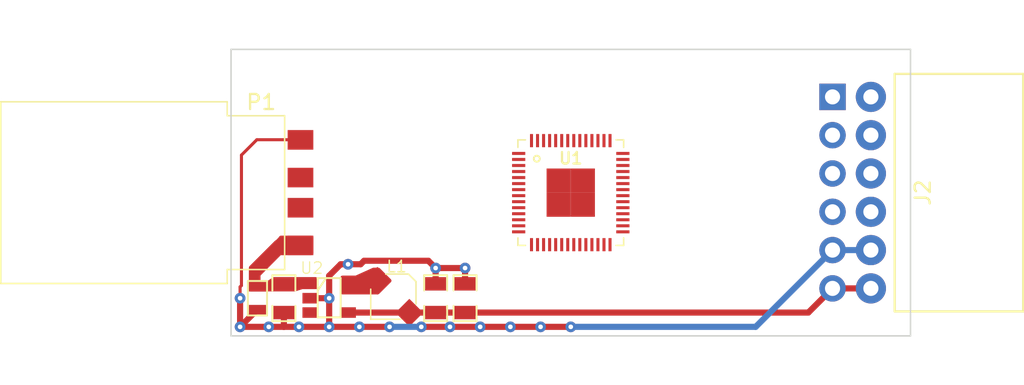
<source format=kicad_pcb>
(kicad_pcb (version 20211014) (generator pcbnew)
  (title_block (title "Cowstick RP2040") (date "2022-08-07") (rev "1") (company "Agilack") (comment 1 "License: CC-by-SA"))
  (layers (0 "F.Cu" signal) (31 "B.Cu" signal) (34 "B.Paste" user) (35 "F.Paste" user) (36 "B.SilkS" user "B.Silkscreen") (37 "F.SilkS" user "F.Silkscreen") (38 "B.Mask" user) (39 "F.Mask" user) (44 "Edge.Cuts" user))
  (net 0 "")
  (net 1 "+VBus")
  (net 4 "GND")
  (net 7 "+3.3V")
  (net 72 "Net-(L1-Pad1)")
  (footprint "cowstick-rp:SMD0603" (layer "F.Cu") (at 127.75 112 -90)
    (fp_text reference "C2" hide)
    (fp_text value "470pF" hide)
    (fp_line (start -1.143 -0.635) (end 1.143 -0.635) (layer "F.SilkS") (width 0.127))
    (fp_line (start -1.143 0.635) (end -1.143 -0.635) (layer "F.SilkS") (width 0.127))
    (fp_line (start 1.143 0.635) (end -1.143 0.635) (layer "F.SilkS") (width 0.127))
    (fp_line (start 1.143 -0.635) (end 1.143 0.635) (layer "F.SilkS") (width 0.127))
    (pad "1" smd rect locked (at -0.762 0 270) (size 0.635 1.143) (layers "F.Cu" "F.Paste" "F.Mask") (net 1 "+VBus"))
    (pad "2" smd rect locked (at 0.762 0 270) (size 0.635 1.143) (layers "F.Cu" "F.Paste" "F.Mask") (net 4 "GND"))
  )
  (footprint "cowstick-rp:PMOD_SSW106-RA" (layer "F.Cu") (at 167.1065 105 -90)
    (fp_text reference "J2" (at 0 -4.7117 90) (layer "F.SilkS"))
    (fp_text value "PMOD")
    (fp_line (start 7.875 -11.357) (end 7.875 -2.847) (layer "F.SilkS") (width 0.15))
    (fp_line (start -7.875 -11.357) (end -7.875 -2.847) (layer "F.SilkS") (width 0.15))
    (fp_line (start -7.875 -2.847) (end 7.875 -2.847) (layer "F.SilkS") (width 0.15))
    (fp_line (start -7.875 -11.357) (end 7.875 -11.357) (layer "F.SilkS") (width 0.15))
    (pad "1" thru_hole rect (at -6.35 1.27 270) (size 1.75 1.75) (drill 1) (layers *.Cu *.Mask))
    (pad "2" thru_hole circle (at -3.81 1.27 270) (size 1.75 1.75) (drill 1) (layers *.Cu *.Mask))
    (pad "3" thru_hole circle (at -1.27 1.27 270) (size 1.75 1.75) (drill 1) (layers *.Cu *.Mask))
    (pad "4" thru_hole circle (at 1.27 1.27 270) (size 1.75 1.75) (drill 1) (layers *.Cu *.Mask))
    (pad "5" thru_hole circle (at 3.81 1.27 270) (size 1.75 1.75) (drill 1) (layers *.Cu *.Mask) (net 4 "GND"))
    (pad "6" thru_hole circle (at 6.35 1.27 270) (size 1.75 1.75) (drill 1) (layers *.Cu *.Mask) (net 7 "+3.3V"))
    (pad "7" thru_hole circle (at -6.35 -1.27 270) (size 2 2) (drill 1) (layers *.Cu *.Mask))
    (pad "8" thru_hole circle (at -3.81 -1.27 270) (size 2 2) (drill 1) (layers *.Cu *.Mask))
    (pad "9" thru_hole circle (at -1.27 -1.27 270) (size 2 2) (drill 1) (layers *.Cu *.Mask))
    (pad "10" thru_hole circle (at 1.27 -1.27 270) (size 2 2) (drill 1) (layers *.Cu *.Mask))
    (pad "11" thru_hole circle (at 3.81 -1.27 270) (size 2 2) (drill 1) (layers *.Cu *.Mask) (net 4 "GND"))
    (pad "12" thru_hole circle (at 6.35 -1.27 270) (size 2 2) (drill 1) (layers *.Cu *.Mask) (net 7 "+3.3V"))
  )
  (footprint "cowstick-rp:QFN56" (layer "F.Cu") (at 148.5 105)
    (fp_text reference "U1" (at 0 -2.275 unlocked) (layer "F.SilkS") (effects (font (size 0.762 0.762))))
    (fp_text value "RP2040")
    (fp_line (start -3.5 -3.5) (end -3 -3.5) (layer "F.SilkS") (width 0.1))
    (fp_line (start -3.5 3.5) (end -3.5 3) (layer "F.SilkS") (width 0.1))
    (fp_line (start -3.5 -3.5) (end -3.5 -3) (layer "F.SilkS") (width 0.1))
    (fp_line (start 3.5 -3.5) (end 3.5 -3) (layer "F.SilkS") (width 0.1))
    (fp_line (start 3.5 3) (end 3.5 3.5) (layer "F.SilkS") (width 0.1))
    (fp_line (start 3 -3.5) (end 3.5 -3.5) (layer "F.SilkS") (width 0.1))
    (fp_line (start -3 3.5) (end -3.5 3.5) (layer "F.SilkS") (width 0.1))
    (fp_line (start 3.5 3.5) (end 3 3.5) (layer "F.SilkS") (width 0.1))
    (fp_circle (center -2.25 -2.25) (end -2.05 -2.25) (layer "F.SilkS") (width 0.12) (fill none))
    (pad "1" smd rect (at -3.45 -2.6) (size 0.875 0.2) (layers "F.Cu" "F.Paste" "F.Mask"))
    (pad "2" smd rect (at -3.45 -2.2) (size 0.875 0.2) (layers "F.Cu" "F.Paste" "F.Mask"))
    (pad "3" smd rect (at -3.45 -1.8) (size 0.875 0.2) (layers "F.Cu" "F.Paste" "F.Mask"))
    (pad "4" smd rect (at -3.45 -1.4) (size 0.875 0.2) (layers "F.Cu" "F.Paste" "F.Mask"))
    (pad "5" smd rect (at -3.45 -1) (size 0.875 0.2) (layers "F.Cu" "F.Paste" "F.Mask"))
    (pad "6" smd rect (at -3.45 -0.6) (size 0.875 0.2) (layers "F.Cu" "F.Paste" "F.Mask"))
    (pad "7" smd rect (at -3.45 -0.2) (size 0.875 0.2) (layers "F.Cu" "F.Paste" "F.Mask"))
    (pad "8" smd rect (at -3.45 0.2) (size 0.875 0.2) (layers "F.Cu" "F.Paste" "F.Mask"))
    (pad "9" smd rect (at -3.45 0.6) (size 0.875 0.2) (layers "F.Cu" "F.Paste" "F.Mask"))
    (pad "10" smd rect (at -3.45 1) (size 0.875 0.2) (layers "F.Cu" "F.Paste" "F.Mask"))
    (pad "11" smd rect (at -3.45 1.4) (size 0.875 0.2) (layers "F.Cu" "F.Paste" "F.Mask"))
    (pad "12" smd rect (at -3.45 1.8) (size 0.875 0.2) (layers "F.Cu" "F.Paste" "F.Mask"))
    (pad "13" smd rect (at -3.45 2.2) (size 0.875 0.2) (layers "F.Cu" "F.Paste" "F.Mask"))
    (pad "14" smd rect (at -3.45 2.6) (size 0.875 0.2) (layers "F.Cu" "F.Paste" "F.Mask"))
    (pad "15" smd rect (at -2.6 3.45 90) (size 0.875 0.2) (layers "F.Cu" "F.Paste" "F.Mask"))
    (pad "16" smd rect (at -2.2 3.45 90) (size 0.875 0.2) (layers "F.Cu" "F.Paste" "F.Mask"))
    (pad "17" smd rect (at -1.8 3.45 90) (size 0.875 0.2) (layers "F.Cu" "F.Paste" "F.Mask"))
    (pad "18" smd rect (at -1.4 3.45 90) (size 0.875 0.2) (layers "F.Cu" "F.Paste" "F.Mask"))
    (pad "19" smd rect (at -1 3.45 90) (size 0.875 0.2) (layers "F.Cu" "F.Paste" "F.Mask"))
    (pad "20" smd rect (at -0.6 3.45 90) (size 0.875 0.2) (layers "F.Cu" "F.Paste" "F.Mask"))
    (pad "21" smd rect (at -0.2 3.45 90) (size 0.875 0.2) (layers "F.Cu" "F.Paste" "F.Mask"))
    (pad "22" smd rect (at 0.2 3.45 90) (size 0.875 0.2) (layers "F.Cu" "F.Paste" "F.Mask"))
    (pad "23" smd rect (at 0.6 3.45 90) (size 0.875 0.2) (layers "F.Cu" "F.Paste" "F.Mask"))
    (pad "24" smd rect (at 1 3.45 90) (size 0.875 0.2) (layers "F.Cu" "F.Paste" "F.Mask"))
    (pad "25" smd rect (at 1.4 3.45 90) (size 0.875 0.2) (layers "F.Cu" "F.Paste" "F.Mask"))
    (pad "26" smd rect (at 1.8 3.45 90) (size 0.875 0.2) (layers "F.Cu" "F.Paste" "F.Mask"))
    (pad "27" smd rect (at 2.2 3.45 90) (size 0.875 0.2) (layers "F.Cu" "F.Paste" "F.Mask"))
    (pad "28" smd rect (at 2.6 3.45 90) (size 0.875 0.2) (layers "F.Cu" "F.Paste" "F.Mask"))
    (pad "29" smd rect (at 3.45 2.6 180) (size 0.875 0.2) (layers "F.Cu" "F.Paste" "F.Mask"))
    (pad "30" smd rect (at 3.45 2.2 180) (size 0.875 0.2) (layers "F.Cu" "F.Paste" "F.Mask"))
    (pad "31" smd rect (at 3.45 1.8 180) (size 0.875 0.2) (layers "F.Cu" "F.Paste" "F.Mask"))
    (pad "32" smd rect (at 3.45 1.4 180) (size 0.875 0.2) (layers "F.Cu" "F.Paste" "F.Mask"))
    (pad "33" smd rect (at 3.45 1 180) (size 0.875 0.2) (layers "F.Cu" "F.Paste" "F.Mask"))
    (pad "34" smd rect (at 3.45 0.6 180) (size 0.875 0.2) (layers "F.Cu" "F.Paste" "F.Mask"))
    (pad "35" smd rect (at 3.45 0.2 180) (size 0.875 0.2) (layers "F.Cu" "F.Paste" "F.Mask"))
    (pad "36" smd rect (at 3.45 -0.2 180) (size 0.875 0.2) (layers "F.Cu" "F.Paste" "F.Mask"))
    (pad "37" smd rect (at 3.45 -0.6 180) (size 0.875 0.2) (layers "F.Cu" "F.Paste" "F.Mask"))
    (pad "38" smd rect (at 3.45 -1 180) (size 0.875 0.2) (layers "F.Cu" "F.Paste" "F.Mask"))
    (pad "39" smd rect (at 3.45 -1.4 180) (size 0.875 0.2) (layers "F.Cu" "F.Paste" "F.Mask"))
    (pad "40" smd rect (at 3.45 -1.8 180) (size 0.875 0.2) (layers "F.Cu" "F.Paste" "F.Mask"))
    (pad "41" smd rect (at 3.45 -2.2 180) (size 0.875 0.2) (layers "F.Cu" "F.Paste" "F.Mask"))
    (pad "42" smd rect (at 3.45 -2.6 180) (size 0.875 0.2) (layers "F.Cu" "F.Paste" "F.Mask"))
    (pad "43" smd rect (at 2.6 -3.45 270) (size 0.875 0.2) (layers "F.Cu" "F.Paste" "F.Mask"))
    (pad "44" smd rect (at 2.2 -3.45 270) (size 0.875 0.2) (layers "F.Cu" "F.Paste" "F.Mask"))
    (pad "45" smd rect (at 1.8 -3.45 270) (size 0.875 0.2) (layers "F.Cu" "F.Paste" "F.Mask"))
    (pad "46" smd rect (at 1.4 -3.45 270) (size 0.875 0.2) (layers "F.Cu" "F.Paste" "F.Mask"))
    (pad "47" smd rect (at 1 -3.45 270) (size 0.875 0.2) (layers "F.Cu" "F.Paste" "F.Mask"))
    (pad "48" smd rect (at 0.6 -3.45 270) (size 0.875 0.2) (layers "F.Cu" "F.Paste" "F.Mask"))
    (pad "49" smd rect (at 0.2 -3.45 270) (size 0.875 0.2) (layers "F.Cu" "F.Paste" "F.Mask"))
    (pad "50" smd rect (at -0.2 -3.45 270) (size 0.875 0.2) (layers "F.Cu" "F.Paste" "F.Mask"))
    (pad "51" smd rect (at -0.6 -3.45 270) (size 0.875 0.2) (layers "F.Cu" "F.Paste" "F.Mask"))
    (pad "52" smd rect (at -1 -3.45 270) (size 0.875 0.2) (layers "F.Cu" "F.Paste" "F.Mask"))
    (pad "53" smd rect (at -1.4 -3.45 270) (size 0.875 0.2) (layers "F.Cu" "F.Paste" "F.Mask"))
    (pad "54" smd rect (at -1.8 -3.45 270) (size 0.875 0.2) (layers "F.Cu" "F.Paste" "F.Mask"))
    (pad "55" smd rect (at -2.2 -3.45 270) (size 0.875 0.2) (layers "F.Cu" "F.Paste" "F.Mask"))
    (pad "56" smd rect (at -2.6 -3.45 270) (size 0.875 0.2) (layers "F.Cu" "F.Paste" "F.Mask"))
    (pad "PAD" smd rect (at -0.8 -0.8) (size 1.6 1.6) (layers "F.Cu" "F.Paste" "F.Mask"))
    (pad "PAD" smd rect (at 0.8 0.8) (size 1.6 1.6) (layers "F.Cu" "F.Paste" "F.Mask"))
    (pad "PAD" smd rect (at -0.8 0.8) (size 1.6 1.6) (layers "F.Cu" "F.Paste" "F.Mask"))
    (pad "PAD" smd rect (at 0.8 -0.8) (size 1.6 1.6) (layers "F.Cu" "F.Paste" "F.Mask"))
  )
  (footprint "cowstick-rp:SOT23-5" (layer "F.Cu") (at 132.5 112 -90)
    (fp_text reference "U2" (at -2 1.15) (layer "F.SilkS") (effects (font (size 0.762 0.762) (thickness 0.0762))))
    (fp_text value "LM3671" hide)
    (fp_line (start 1.27 -0.762) (end 1.27 0.762) (layer "F.SilkS") (width 0.127))
    (fp_line (start 1.27 0.762) (end -1.3335 0.762) (layer "F.SilkS") (width 0.127))
    (fp_line (start -1.3335 -0.762) (end 1.27 -0.762) (layer "F.SilkS") (width 0.127))
    (fp_line (start -1.3335 0.762) (end -1.3335 -0.762) (layer "F.SilkS") (width 0.127))
    (fp_line (start -0.508 0.762) (end -1.27 0.254) (layer "F.SilkS") (width 0.127))
    (pad "1" smd rect locked (at -0.9525 1.27 270) (size 0.70104 1.00076) (layers "F.Cu" "F.Paste" "F.Mask") (net 1 "+VBus"))
    (pad "2" smd rect locked (at 0 1.27 270) (size 0.70104 1.00076) (layers "F.Cu" "F.Paste" "F.Mask") (net 4 "GND"))
    (pad "3" smd rect locked (at 0.9525 1.27 270) (size 0.70104 1.00076) (layers "F.Cu" "F.Paste" "F.Mask"))
    (pad "4" smd rect locked (at 0.9525 -1.27 270) (size 0.70104 1.00076) (layers "F.Cu" "F.Paste" "F.Mask") (net 7 "+3.3V"))
    (pad "5" smd rect locked (at -0.9525 -1.27 270) (size 0.70104 1.00076) (layers "F.Cu" "F.Paste" "F.Mask") (net 72 "Net-(L1-Pad1)"))
  )
  (footprint "cowstick-rp:SMD0805" (layer "F.Cu") (at 141.5 112 90)
    (fp_text reference "C4" hide)
    (fp_text value "4,7uF" hide)
    (fp_line (start 0.508 -0.762) (end 1.524 -0.762) (layer "F.SilkS") (width 0.127))
    (fp_line (start 1.524 0.762) (end 0.508 0.762) (layer "F.SilkS") (width 0.127))
    (fp_line (start -1.524 -0.762) (end -0.508 -0.762) (layer "F.SilkS") (width 0.127))
    (fp_line (start -0.508 0.762) (end -1.524 0.762) (layer "F.SilkS") (width 0.127))
    (fp_line (start 1.524 -0.762) (end 1.524 0.762) (layer "F.SilkS") (width 0.127))
    (fp_line (start -1.524 0.762) (end -1.524 -0.762) (layer "F.SilkS") (width 0.127))
    (pad "1" smd rect (at -0.9525 0 90) (size 0.889 1.397) (layers "F.Cu" "F.Paste" "F.Mask") (net 7 "+3.3V"))
    (pad "2" smd rect (at 0.9525 0 90) (size 0.889 1.397) (layers "F.Cu" "F.Paste" "F.Mask") (net 4 "GND"))
  )
  (footprint "cowstick-rp:I_CDRH2D14" (layer "F.Cu") (at 136.75 111.9)
    (fp_text reference "L1" (at 0.22 -2 unlocked) (layer "F.SilkS") (effects (font (size 0.762 0.762) (thickness 0.1016))))
    (fp_text value "2,2uH")
    (fp_line (start 1 -1.5) (end 1.5 -1) (layer "F.SilkS") (width 0.1))
    (fp_line (start -1.5 1.5) (end 0.5 1.5) (layer "F.SilkS") (width 0.1))
    (fp_line (start -0.5 -1.5) (end 1 -1.5) (layer "F.SilkS") (width 0.1))
    (fp_line (start 1.5 -1) (end 1.5 0.5) (layer "F.SilkS") (width 0.1))
    (fp_line (start -1.5 -0.5) (end -1.5 1.5) (layer "F.SilkS") (width 0.1))
    (pad "1" smd rect (at -1.06 -1.06 45) (size 1.3 1.3) (layers "F.Cu" "F.Paste" "F.Mask") (net 72 "Net-(L1-Pad1)"))
    (pad "2" smd rect (at 1.06 1.06 45) (size 1.3 1.3) (layers "F.Cu" "F.Paste" "F.Mask") (net 7 "+3.3V"))
  )
  (footprint "cowstick-rp:CONN_MC32604" (layer "F.Cu") (at 128.25 105)
    (fp_text reference "P1" (at -0.25 -6) (layer "F.SilkS"))
    (fp_text value "CONN_USB-A")
    (fp_line (start -2.5 6.025) (end -2.5 5.1) (layer "F.SilkS") (width 0.1016))
    (fp_line (start -17.5 6.025) (end -2.5 6.025) (layer "F.SilkS") (width 0.1016))
    (fp_line (start -17.5 -6.025) (end -17.5 6.025) (layer "F.SilkS") (width 0.1016))
    (fp_line (start -2.5 -6.025) (end -2.5 -5.1) (layer "F.SilkS") (width 0.1016))
    (fp_line (start -2.5 -6.025) (end -17.5 -6.025) (layer "F.SilkS") (width 0.1016))
    (fp_line (start 1.3 -5.1) (end 1.3 5.1) (layer "F.SilkS") (width 0.1016))
    (fp_line (start -2.5 -5.1) (end 1.3 -5.1) (layer "F.SilkS") (width 0.1016))
    (fp_line (start -2.5 5.1) (end 1.3 5.1) (layer "F.SilkS") (width 0.1016))
    (pad "" np_thru_hole circle locked (at 0 -2.25) (size 1.8 1.8) (drill 1.8) (layers *.Cu *.Mask))
    (pad "" np_thru_hole circle locked (at 0 2.25) (size 1.8 1.8) (drill 1.8) (layers *.Cu *.Mask))
    (pad "1" smd rect locked (at 2.35 3.5) (size 1.7 1.3) (layers "F.Cu" "F.Paste" "F.Mask") (net 1 "+VBus"))
    (pad "2" smd rect locked (at 2.35 1) (size 1.7 1.3) (layers "F.Cu" "F.Paste" "F.Mask"))
    (pad "3" smd rect locked (at 2.35 -1) (size 1.7 1.3) (layers "F.Cu" "F.Paste" "F.Mask"))
    (pad "4" smd rect locked (at 2.35 -3.5) (size 1.7 1.3) (layers "F.Cu" "F.Paste" "F.Mask") (net 4 "GND"))
  )
  (footprint "cowstick-rp:SMD0805" (layer "F.Cu") (at 139.55 112 90)
    (fp_text reference "C3" hide)
    (fp_text value "4,7uF" hide)
    (fp_line (start -1.524 -0.762) (end -0.508 -0.762) (layer "F.SilkS") (width 0.127))
    (fp_line (start -1.524 0.762) (end -1.524 -0.762) (layer "F.SilkS") (width 0.127))
    (fp_line (start 1.524 -0.762) (end 1.524 0.762) (layer "F.SilkS") (width 0.127))
    (fp_line (start 0.508 -0.762) (end 1.524 -0.762) (layer "F.SilkS") (width 0.127))
    (fp_line (start 1.524 0.762) (end 0.508 0.762) (layer "F.SilkS") (width 0.127))
    (fp_line (start -0.508 0.762) (end -1.524 0.762) (layer "F.SilkS") (width 0.127))
    (pad "1" smd rect (at -0.9525 0 90) (size 0.889 1.397) (layers "F.Cu" "F.Paste" "F.Mask") (net 7 "+3.3V"))
    (pad "2" smd rect (at 0.9525 0 90) (size 0.889 1.397) (layers "F.Cu" "F.Paste" "F.Mask") (net 4 "GND"))
  )
  (footprint "cowstick-rp:SMD0805" (layer "F.Cu") (at 129.5 112 -90)
    (fp_text reference "C1" hide)
    (fp_text value "10uF" hide)
    (fp_line (start 0.508 -0.762) (end 1.524 -0.762) (layer "F.SilkS") (width 0.127))
    (fp_line (start -0.508 0.762) (end -1.524 0.762) (layer "F.SilkS") (width 0.127))
    (fp_line (start -1.524 0.762) (end -1.524 -0.762) (layer "F.SilkS") (width 0.127))
    (fp_line (start 1.524 -0.762) (end 1.524 0.762) (layer "F.SilkS") (width 0.127))
    (fp_line (start 1.524 0.762) (end 0.508 0.762) (layer "F.SilkS") (width 0.127))
    (fp_line (start -1.524 -0.762) (end -0.508 -0.762) (layer "F.SilkS") (width 0.127))
    (pad "1" smd rect locked (at -0.9525 0 270) (size 0.889 1.397) (layers "F.Cu" "F.Paste" "F.Mask") (net 1 "+VBus"))
    (pad "2" smd rect locked (at 0.9525 0 270) (size 0.889 1.397) (layers "F.Cu" "F.Paste" "F.Mask") (net 4 "GND"))
  )
  (gr_line (start 171 114.5) (end 126 114.5) (layer "Edge.Cuts") (width 0.1))
  (gr_line (start 126 114.5) (end 126 95.5) (layer "Edge.Cuts") (width 0.1))
  (gr_line (start 126 95.5) (end 171 95.5) (layer "Edge.Cuts") (width 0.1))
  (gr_line (start 171 95.5) (end 171 114.5) (layer "Edge.Cuts") (width 0.1))
  (segment (start 129.3095 111.238) (end 129.5 111.0475) (width 0.4064) (layer "F.Cu") (net 1))
  (segment (start 127.75 109.95) (end 129.2 108.5) (width 0.4064) (layer "F.Cu") (net 1))
  (segment (start 127.75 111.238) (end 129.3095 111.238) (width 0.4064) (layer "F.Cu") (net 1))
  (segment (start 129.2 108.5) (end 130.6 108.5) (width 0.4064) (layer "F.Cu") (net 1))
  (segment (start 131.23 111.0475) (end 129.5 111.0475) (width 0.4064) (layer "F.Cu") (net 1))
  (segment (start 127.75 111.238) (end 127.75 109.95) (width 0.4064) (layer "F.Cu") (net 1))
  (segment (start 140.5 113.9) (end 142.5 113.9) (width 0.4064) (layer "F.Cu") (net 4))
  (segment (start 132.5 113.9) (end 134.5 113.9) (width 0.4064) (layer "F.Cu") (net 4))
  (segment (start 133.75 109.75) (end 133.26 109.75) (width 0.4064) (layer "F.Cu") (net 4))
  (segment (start 131.23 112) (end 132.5 112) (width 0.4064) (layer "F.Cu") (net 4))
  (segment (start 133.26 109.75) (end 132.5 110.51) (width 0.4064) (layer "F.Cu") (net 4))
  (segment (start 126.6 111.25) (end 126.69 111.16) (width 0.2032) (layer "F.Cu") (net 4))
  (segment (start 139.55 111.0475) (end 139.55 110) (width 0.4064) (layer "F.Cu") (net 4))
  (segment (start 134.5 113.9) (end 136.5 113.9) (width 0.4064) (layer "F.Cu") (net 4))
  (segment (start 126.69 111.16) (end 126.69 102.51) (width 0.2032) (layer "F.Cu") (net 4))
  (segment (start 130.5 113.9) (end 132.5 113.9) (width 0.4064) (layer "F.Cu") (net 4))
  (segment (start 139.55 110) (end 141.5 110) (width 0.4064) (layer "F.Cu") (net 4))
  (segment (start 146.5 113.9) (end 148.5 113.9) (width 0.4064) (layer "F.Cu") (net 4))
  (segment (start 126.6 112) (end 126.6 111.25) (width 0.2032) (layer "F.Cu") (net 4))
  (segment (start 142.5 113.9) (end 144.5 113.9) (width 0.4064) (layer "F.Cu") (net 4))
  (segment (start 127.738 112.762) (end 126.6 113.9) (width 0.4064) (layer "F.Cu") (net 4))
  (segment (start 138.6 113.9) (end 140.5 113.9) (width 0.4064) (layer "F.Cu") (net 4))
  (segment (start 129.5 112.9525) (end 129.5 113.9) (width 0.4064) (layer "F.Cu") (net 4))
  (segment (start 134.58 109.75) (end 134.812439 109.517561) (width 0.4064) (layer "F.Cu") (net 4))
  (segment (start 128.5 113.9) (end 129.5 113.9) (width 0.4064) (layer "F.Cu") (net 4))
  (segment (start 141.5 110) (end 141.5 111.0475) (width 0.4064) (layer "F.Cu") (net 4))
  (segment (start 139.067561 109.517561) (end 139.55 110) (width 0.4064) (layer "F.Cu") (net 4))
  (segment (start 132.5 112) (end 132.5 113.9) (width 0.4064) (layer "F.Cu") (net 4))
  (segment (start 130.59 101.49) (end 130.6 101.5) (width 0.2032) (layer "F.Cu") (net 4))
  (segment (start 127.71 101.49) (end 130.59 101.49) (width 0.2032) (layer "F.Cu") (net 4))
  (segment (start 126.6 113.9) (end 128.5 113.9) (width 0.4064) (layer "F.Cu") (net 4))
  (segment (start 127.75 112.762) (end 127.738 112.762) (width 0.4064) (layer "F.Cu") (net 4))
  (segment (start 134.812439 109.517561) (end 139.067561 109.517561) (width 0.4064) (layer "F.Cu") (net 4))
  (segment (start 144.5 113.9) (end 146.5 113.9) (width 0.4064) (layer "F.Cu") (net 4))
  (segment (start 129.5 113.9) (end 130.5 113.9) (width 0.4064) (layer "F.Cu") (net 4))
  (segment (start 126.69 102.51) (end 127.71 101.49) (width 0.2032) (layer "F.Cu") (net 4))
  (segment (start 126.6 112) (end 126.6 113.9) (width 0.4064) (layer "F.Cu") (net 4))
  (segment (start 132.5 110.51) (end 132.5 112) (width 0.4064) (layer "F.Cu") (net 4))
  (segment (start 133.75 109.75) (end 134.58 109.75) (width 0.4064) (layer "F.Cu") (net 4))
  (via (at 148.5 113.9) (size 0.7112) (drill 0.3048) (layers "F.Cu" "B.Cu") (net 4))
  (via (at 133.75 109.75) (size 0.7112) (drill 0.3048) (layers "F.Cu" "B.Cu") (net 4))
  (via (at 136.5 113.9) (size 0.7112) (drill 0.3048) (layers "F.Cu" "B.Cu") (net 4))
  (via (at 134.5 113.9) (size 0.7112) (drill 0.3048) (layers "F.Cu" "B.Cu") (net 4))
  (via (at 144.5 113.9) (size 0.7112) (drill 0.3048) (layers "F.Cu" "B.Cu") (net 4))
  (via (at 139.55 110) (size 0.7112) (drill 0.3048) (layers "F.Cu" "B.Cu") (net 4))
  (via (at 132.5 113.9) (size 0.7112) (drill 0.3048) (layers "F.Cu" "B.Cu") (net 4))
  (via (at 130.5 113.9) (size 0.7112) (drill 0.3048) (layers "F.Cu" "B.Cu") (net 4))
  (via (at 126.6 112) (size 0.7112) (drill 0.3048) (layers "F.Cu" "B.Cu") (net 4))
  (via (at 141.5 110) (size 0.7112) (drill 0.3048) (layers "F.Cu" "B.Cu") (net 4))
  (via (at 128.5 113.9) (size 0.7112) (drill 0.3048) (layers "F.Cu" "B.Cu") (net 4))
  (via (at 138.6 113.9) (size 0.7112) (drill 0.3048) (layers "F.Cu" "B.Cu") (net 4))
  (via (at 132.5 112) (size 0.7112) (drill 0.3048) (layers "F.Cu" "B.Cu") (net 4))
  (via (at 142.5 113.9) (size 0.7112) (drill 0.3048) (layers "F.Cu" "B.Cu") (net 4))
  (via (at 140.5 113.9) (size 0.7112) (drill 0.3048) (layers "F.Cu" "B.Cu") (net 4))
  (via (at 126.6 113.9) (size 0.7112) (drill 0.3048) (layers "F.Cu" "B.Cu") (net 4))
  (via (at 146.5 113.9) (size 0.7112) (drill 0.3048) (layers "F.Cu" "B.Cu") (net 4))
  (segment (start 138.6 113.9) (end 136.5 113.9) (width 0.4064) (layer "B.Cu") (net 4))
  (segment (start 148.5 113.9) (end 160.7465 113.9) (width 0.4064) (layer "B.Cu") (net 4))
  (segment (start 160.7465 113.9) (end 165.8365 108.81) (width 0.4064) (layer "B.Cu") (net 4))
  (segment (start 165.8365 108.81) (end 168.3765 108.81) (width 0.4064) (layer "B.Cu") (net 4))
  (segment (start 141.5 112.9525) (end 164.234 112.9525) (width 0.4064) (layer "F.Cu") (net 7))
  (segment (start 164.234 112.9525) (end 165.8365 111.35) (width 0.4064) (layer "F.Cu") (net 7))
  (segment (start 137.8025 112.9525) (end 137.81 112.96) (width 0.4064) (layer "F.Cu") (net 7))
  (segment (start 139.55 112.9525) (end 137.8175 112.9525) (width 0.4064) (layer "F.Cu") (net 7))
  (segment (start 133.77 112.9525) (end 137.8025 112.9525) (width 0.4064) (layer "F.Cu") (net 7))
  (segment (start 165.8365 111.35) (end 168.3765 111.35) (width 0.4064) (layer "F.Cu") (net 7))
  (segment (start 139.55 112.9525) (end 141.5 112.9525) (width 0.4064) (layer "F.Cu") (net 7))
  (segment (start 137.8175 112.9525) (end 137.81 112.96) (width 0.4064) (layer "F.Cu") (net 7))
  (segment (start 135.4825 111.0475) (end 135.69 110.84) (width 0.4064) (layer "F.Cu") (net 72))
  (segment (start 133.77 111.0475) (end 135.4825 111.0475) (width 0.4064) (layer "F.Cu") (net 72))
  (zone (net 72) (net_name "Net-(L1-Pad1)") (layer "F.Cu") (connect_pads yes (clearance 0.254)) (min_thickness 0.254) (fill yes (thermal_gap 0.508) (thermal_bridge_width 0.508))
    (polygon (pts (xy 136.68 110.84) (xy 135.77 111.75) (xy 133.25 111.75) (xy 133.25 110.5) (xy 134.25 110.5) (xy 135.69 109.85)))
  )
  (zone (net 1) (net_name "+VBus") (layer "F.Cu") (connect_pads yes (clearance 0.1524)) (min_thickness 0.254) (fill yes (thermal_gap 0.508) (thermal_bridge_width 0.508))
    (polygon (pts (xy 131.45 109.15) (xy 129.29 109.15) (xy 127.95 110.5) (xy 127.95 110.92) (xy 128.32 110.92) (xy 128.8 110.6) (xy 131.73 110.6) (xy 131.73 111.4) (xy 130.73 111.4) (xy 130.24 111.55) (xy 127.18 111.55) (xy 127.18 109.92) (xy 129.25 107.85) (xy 131.45 107.85)))
  )
)
</source>
